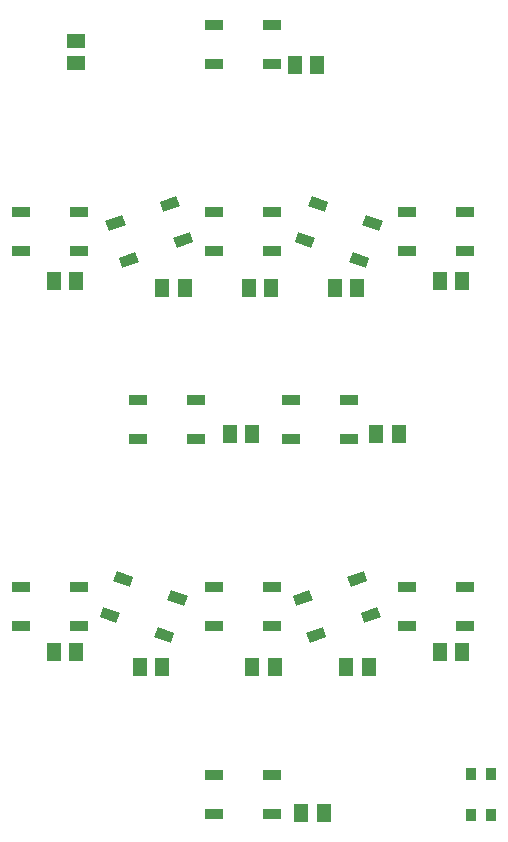
<source format=gtp>
G75*
%MOIN*%
%OFA0B0*%
%FSLAX25Y25*%
%IPPOS*%
%LPD*%
%AMOC8*
5,1,8,0,0,1.08239X$1,22.5*
%
%ADD10R,0.05906X0.03543*%
%ADD11R,0.05118X0.05906*%
%ADD12R,0.05906X0.05118*%
%ADD13R,0.03346X0.03937*%
D10*
X0030704Y0102604D03*
X0030704Y0115596D03*
X0049996Y0115596D03*
X0049996Y0102604D03*
G36*
X0058145Y0108969D02*
X0063694Y0106949D01*
X0062483Y0103621D01*
X0056934Y0105641D01*
X0058145Y0108969D01*
G37*
G36*
X0062589Y0121177D02*
X0068138Y0119157D01*
X0066927Y0115829D01*
X0061378Y0117849D01*
X0062589Y0121177D01*
G37*
G36*
X0076273Y0102371D02*
X0081822Y0100351D01*
X0080611Y0097023D01*
X0075062Y0099043D01*
X0076273Y0102371D01*
G37*
G36*
X0080717Y0114579D02*
X0086266Y0112559D01*
X0085055Y0109231D01*
X0079506Y0111251D01*
X0080717Y0114579D01*
G37*
X0095079Y0115596D03*
X0095079Y0102604D03*
X0114371Y0102604D03*
X0114371Y0115596D03*
G36*
X0121309Y0112559D02*
X0126858Y0114579D01*
X0128069Y0111251D01*
X0122520Y0109231D01*
X0121309Y0112559D01*
G37*
G36*
X0125753Y0100351D02*
X0131302Y0102371D01*
X0132513Y0099043D01*
X0126964Y0097023D01*
X0125753Y0100351D01*
G37*
G36*
X0139437Y0119157D02*
X0144986Y0121177D01*
X0146197Y0117849D01*
X0140648Y0115829D01*
X0139437Y0119157D01*
G37*
G36*
X0143881Y0106949D02*
X0149430Y0108969D01*
X0150641Y0105641D01*
X0145092Y0103621D01*
X0143881Y0106949D01*
G37*
X0159454Y0102604D03*
X0159454Y0115596D03*
X0178746Y0115596D03*
X0178746Y0102604D03*
X0140046Y0165104D03*
X0140046Y0178096D03*
X0120754Y0178096D03*
X0120754Y0165104D03*
X0088946Y0165104D03*
X0088946Y0178096D03*
X0069654Y0178096D03*
X0069654Y0165104D03*
G36*
X0063253Y0225351D02*
X0068802Y0227371D01*
X0070013Y0224043D01*
X0064464Y0222023D01*
X0063253Y0225351D01*
G37*
G36*
X0058809Y0237559D02*
X0064358Y0239579D01*
X0065569Y0236251D01*
X0060020Y0234231D01*
X0058809Y0237559D01*
G37*
X0049996Y0240596D03*
X0049996Y0227604D03*
X0030704Y0227604D03*
X0030704Y0240596D03*
G36*
X0076937Y0244157D02*
X0082486Y0246177D01*
X0083697Y0242849D01*
X0078148Y0240829D01*
X0076937Y0244157D01*
G37*
G36*
X0081381Y0231949D02*
X0086930Y0233969D01*
X0088141Y0230641D01*
X0082592Y0228621D01*
X0081381Y0231949D01*
G37*
X0095079Y0227604D03*
X0095079Y0240596D03*
X0114371Y0240596D03*
X0114371Y0227604D03*
G36*
X0123145Y0233969D02*
X0128694Y0231949D01*
X0127483Y0228621D01*
X0121934Y0230641D01*
X0123145Y0233969D01*
G37*
G36*
X0127589Y0246177D02*
X0133138Y0244157D01*
X0131927Y0240829D01*
X0126378Y0242849D01*
X0127589Y0246177D01*
G37*
G36*
X0141273Y0227371D02*
X0146822Y0225351D01*
X0145611Y0222023D01*
X0140062Y0224043D01*
X0141273Y0227371D01*
G37*
G36*
X0145717Y0239579D02*
X0151266Y0237559D01*
X0150055Y0234231D01*
X0144506Y0236251D01*
X0145717Y0239579D01*
G37*
X0159454Y0240596D03*
X0159454Y0227604D03*
X0178746Y0227604D03*
X0178746Y0240596D03*
X0114346Y0290104D03*
X0114346Y0303096D03*
X0095054Y0303096D03*
X0095054Y0290104D03*
X0095054Y0053096D03*
X0095054Y0040104D03*
X0114346Y0040104D03*
X0114346Y0053096D03*
D11*
X0041610Y0094100D03*
X0049090Y0094100D03*
X0070360Y0089100D03*
X0077840Y0089100D03*
X0107860Y0089100D03*
X0115340Y0089100D03*
X0139110Y0089100D03*
X0146590Y0089100D03*
X0170360Y0094100D03*
X0177840Y0094100D03*
X0131590Y0040350D03*
X0124110Y0040350D03*
X0107840Y0166600D03*
X0100360Y0166600D03*
X0106610Y0215350D03*
X0114090Y0215350D03*
X0135360Y0215350D03*
X0142840Y0215350D03*
X0170360Y0217850D03*
X0177840Y0217850D03*
X0156590Y0166600D03*
X0149110Y0166600D03*
X0085340Y0215350D03*
X0077860Y0215350D03*
X0049090Y0217850D03*
X0041610Y0217850D03*
X0122060Y0289750D03*
X0129540Y0289750D03*
D12*
X0049100Y0290360D03*
X0049100Y0297840D03*
D13*
X0180655Y0053490D03*
X0187545Y0053490D03*
X0187545Y0039710D03*
X0180655Y0039710D03*
M02*

</source>
